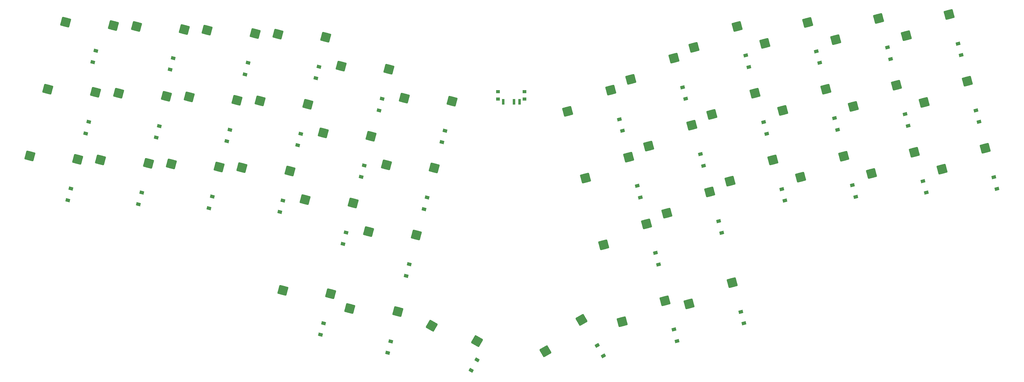
<source format=gbp>
G04 #@! TF.GenerationSoftware,KiCad,Pcbnew,(6.0.8-1)-1*
G04 #@! TF.CreationDate,2022-11-12T18:34:57-05:00*
G04 #@! TF.ProjectId,ergo3by6plus3nonSplit,6572676f-3362-4793-9670-6c7573336e6f,rev?*
G04 #@! TF.SameCoordinates,Original*
G04 #@! TF.FileFunction,Paste,Bot*
G04 #@! TF.FilePolarity,Positive*
%FSLAX46Y46*%
G04 Gerber Fmt 4.6, Leading zero omitted, Abs format (unit mm)*
G04 Created by KiCad (PCBNEW (6.0.8-1)-1) date 2022-11-12 18:34:57*
%MOMM*%
%LPD*%
G01*
G04 APERTURE LIST*
G04 Aperture macros list*
%AMRoundRect*
0 Rectangle with rounded corners*
0 $1 Rounding radius*
0 $2 $3 $4 $5 $6 $7 $8 $9 X,Y pos of 4 corners*
0 Add a 4 corners polygon primitive as box body*
4,1,4,$2,$3,$4,$5,$6,$7,$8,$9,$2,$3,0*
0 Add four circle primitives for the rounded corners*
1,1,$1+$1,$2,$3*
1,1,$1+$1,$4,$5*
1,1,$1+$1,$6,$7*
1,1,$1+$1,$8,$9*
0 Add four rect primitives between the rounded corners*
20,1,$1+$1,$2,$3,$4,$5,0*
20,1,$1+$1,$4,$5,$6,$7,0*
20,1,$1+$1,$6,$7,$8,$9,0*
20,1,$1+$1,$8,$9,$2,$3,0*%
%AMRotRect*
0 Rectangle, with rotation*
0 The origin of the aperture is its center*
0 $1 length*
0 $2 width*
0 $3 Rotation angle, in degrees counterclockwise*
0 Add horizontal line*
21,1,$1,$2,0,0,$3*%
G04 Aperture macros list end*
%ADD10RotRect,0.900000X1.200000X105.000000*%
%ADD11RotRect,0.900000X1.200000X120.000000*%
%ADD12RotRect,0.900000X1.200000X60.000000*%
%ADD13RotRect,0.900000X1.200000X75.000000*%
%ADD14R,0.711200X1.498600*%
%ADD15R,0.990600X0.812800*%
%ADD16RoundRect,0.250000X-1.387676X-0.353525X0.387676X-1.378525X1.387676X0.353525X-0.387676X1.378525X0*%
%ADD17RoundRect,0.250000X-1.248893X-0.700636X0.731255X-1.231215X1.248893X0.700636X-0.731255X1.231215X0*%
%ADD18RoundRect,0.250000X-0.731255X-1.231215X1.248893X-0.700636X0.731255X1.231215X-1.248893X0.700636X0*%
%ADD19RoundRect,0.250000X-0.387676X-1.378525X1.387676X-0.353525X0.387676X1.378525X-1.387676X0.353525X0*%
G04 APERTURE END LIST*
D10*
X211837051Y-144243778D03*
X210982949Y-141056222D03*
X193434102Y-149127556D03*
X192580000Y-145940000D03*
D11*
X173185000Y-153198942D03*
X171535000Y-150341058D03*
D12*
X136875000Y-157138942D03*
X138525000Y-154281058D03*
D13*
X113942949Y-152373778D03*
X114797051Y-149186222D03*
X95522949Y-147373778D03*
X96377051Y-144186222D03*
D10*
X281367051Y-107233778D03*
X280512949Y-104046222D03*
X261907051Y-108253778D03*
X261052949Y-105066222D03*
X242517051Y-109393778D03*
X241662949Y-106206222D03*
X223127051Y-110473778D03*
X222272949Y-107286222D03*
X205707051Y-119293778D03*
X204852949Y-116106222D03*
X188384102Y-128037556D03*
X187530000Y-124850000D03*
D13*
X119062949Y-131173778D03*
X119917051Y-127986222D03*
X101662949Y-122393778D03*
X102517051Y-119206222D03*
X84312949Y-113603778D03*
X85167051Y-110416222D03*
X64882949Y-112523778D03*
X65737051Y-109336222D03*
X45492949Y-111443778D03*
X46347051Y-108256222D03*
X26032949Y-110353778D03*
X26887051Y-107166222D03*
D10*
X276427051Y-88803778D03*
X275572949Y-85616222D03*
X256987051Y-89823778D03*
X256132949Y-86636222D03*
X237537051Y-90953778D03*
X236682949Y-87766222D03*
X218087051Y-92033778D03*
X217232949Y-88846222D03*
X200757051Y-100843778D03*
X199902949Y-97656222D03*
X183387051Y-109603778D03*
X182532949Y-106416222D03*
D13*
X123972949Y-112803778D03*
X124827051Y-109616222D03*
X106642949Y-103943778D03*
X107497051Y-100756222D03*
X89252949Y-95213778D03*
X90107051Y-92026222D03*
X69772949Y-94123778D03*
X70627051Y-90936222D03*
X50362949Y-93113778D03*
X51217051Y-89926222D03*
X30962949Y-91983778D03*
X31817051Y-88796222D03*
D10*
X271487051Y-70423778D03*
X270632949Y-67236222D03*
X252117051Y-71503778D03*
X251262949Y-68316222D03*
X232617051Y-72523778D03*
X231762949Y-69336222D03*
X213167051Y-73653778D03*
X212312949Y-70466222D03*
X195827051Y-82443778D03*
X194972949Y-79256222D03*
X178447051Y-91233778D03*
X177592949Y-88046222D03*
D13*
X128842949Y-94383778D03*
X129697051Y-91196222D03*
X111542949Y-85603778D03*
X112397051Y-82416222D03*
X94182949Y-76783778D03*
X95037051Y-73596222D03*
X74772949Y-75703778D03*
X75627051Y-72516222D03*
X54172949Y-74403778D03*
X55027051Y-71216222D03*
X32932949Y-72373778D03*
X33787051Y-69186222D03*
D14*
X145679999Y-83231900D03*
X148680001Y-83231900D03*
X150180001Y-83231900D03*
D15*
X144280000Y-82531899D03*
X151580000Y-82531899D03*
X144280000Y-80431900D03*
X151580000Y-80431900D03*
D16*
X126054210Y-144857795D03*
X138519320Y-149121591D03*
D17*
X44913816Y-62487815D03*
X58057739Y-63380118D03*
X64363816Y-63537815D03*
X77507739Y-64430118D03*
X83788816Y-64612815D03*
X96932739Y-65505118D03*
X101163816Y-73412815D03*
X114307739Y-74305118D03*
X118513816Y-82212815D03*
X131657739Y-83105118D03*
D18*
X163399015Y-85870281D03*
X175228138Y-80071076D03*
X180769015Y-77080281D03*
X192598138Y-71281076D03*
X198124015Y-68280281D03*
X209953138Y-62481076D03*
X217549015Y-67205281D03*
X229378138Y-61406076D03*
X237024015Y-66130281D03*
X248853138Y-60331076D03*
X256424015Y-65030281D03*
X268253138Y-59231076D03*
D17*
X20563816Y-79762815D03*
X33707739Y-80655118D03*
X39996593Y-80882367D03*
X53140516Y-81774670D03*
X59413816Y-81937815D03*
X72557739Y-82830118D03*
X78863816Y-83037815D03*
X92007739Y-83930118D03*
X96238816Y-91812815D03*
X109382739Y-92705118D03*
X113593816Y-100602815D03*
X126737739Y-101495118D03*
D18*
X168329015Y-104270281D03*
X180158138Y-98471076D03*
X185699015Y-95480281D03*
X197528138Y-89681076D03*
X203049015Y-86705281D03*
X214878138Y-80906076D03*
X241899015Y-84505281D03*
X253728138Y-78706076D03*
X261359015Y-83430281D03*
X273188138Y-77631076D03*
D17*
X15638816Y-98162815D03*
X28782739Y-99055118D03*
X35073816Y-99282815D03*
X48217739Y-100175118D03*
X54503816Y-100342815D03*
X67647739Y-101235118D03*
X73938816Y-101412815D03*
X87082739Y-102305118D03*
X91293816Y-110222815D03*
X104437739Y-111115118D03*
X108663816Y-119012815D03*
X121807739Y-119905118D03*
D18*
X173269015Y-122660281D03*
X185098138Y-116861076D03*
X190624015Y-113870281D03*
X202453138Y-108071076D03*
X207974015Y-105080281D03*
X219803138Y-99281076D03*
X246859015Y-102950281D03*
X258688138Y-97151076D03*
X266279015Y-101840281D03*
X278108138Y-96041076D03*
D17*
X85163816Y-135202815D03*
X98307739Y-136095118D03*
X103563816Y-140137815D03*
X116707739Y-141030118D03*
D18*
X178349015Y-143800281D03*
X190178138Y-138001076D03*
X196769015Y-138870281D03*
X208598138Y-133071076D03*
X227439015Y-104010281D03*
X239268138Y-98211076D03*
D17*
X25486784Y-61361777D03*
X38630707Y-62254080D03*
D19*
X157274210Y-151942795D03*
X167199320Y-143279591D03*
D18*
X222499015Y-85605281D03*
X234328138Y-79806076D03*
M02*

</source>
